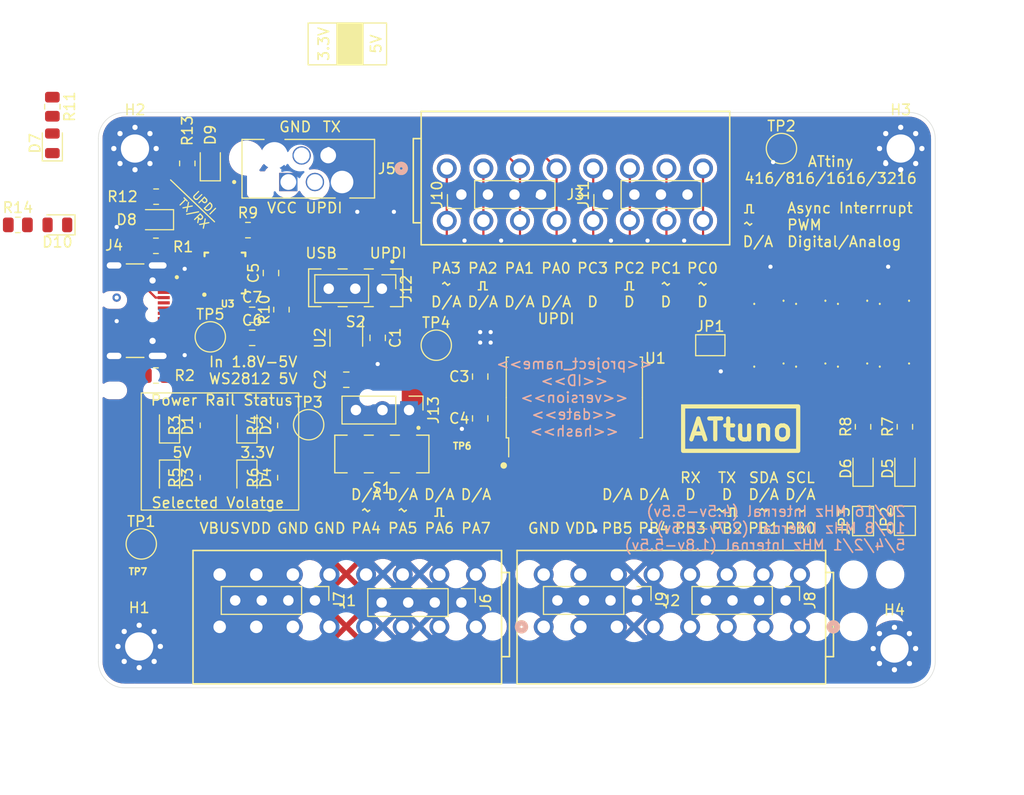
<source format=kicad_pcb>
(kicad_pcb (version 20211014) (generator pcbnew)
  (title_block (title "<<ID>>_<<project_name>>") (date "<<date>>") (rev "<<version>>") (comment 4 "<<hash>>"))
  (layers (0 "F.Cu" signal) (31 "B.Cu" signal) (34 "B.Paste" user) (35 "F.Paste" user) (36 "B.SilkS" user "B.Silkscreen") (37 "F.SilkS" user "F.Silkscreen") (38 "B.Mask" user) (39 "F.Mask" user) (44 "Edge.Cuts" user))
  (net 0 "")
  (net 1 "LED1")
  (net 2 "Net-(D5-Pad2)")
  (net 3 "LED2")
  (net 4 "Net-(D6-Pad2)")
  (net 5 "PC0")
  (net 6 "PC1")
  (net 7 "PC2")
  (net 8 "PC3")
  (net 9 "PB0")
  (net 10 "PB1")
  (net 11 "PB2")
  (net 12 "PB3")
  (net 13 "PB4")
  (net 14 "PB5")
  (net 15 "PA0")
  (net 16 "PA1")
  (net 17 "PA2")
  (net 18 "PA3")
  (net 19 "PA4")
  (net 20 "PA5")
  (net 21 "PA6")
  (net 22 "PA7")
  (net 23 "WS2812")
  (net 24 "V_switch")
  (net 25 "Net-(LED1-Pad1)")
  (net 26 "Net-(LED4-Pad1)")
  (net 31 "VBUS")
  (net 32 "GND")
  (net 33 "+3V3")
  (net 34 "Net-(D1-Pad2)")
  (net 35 "Net-(D2-Pad2)")
  (net 36 "Net-(D3-Pad1)")
  (net 37 "Net-(D3-Pad2)")
  (net 38 "Net-(D4-Pad1)")
  (net 39 "Net-(D4-Pad2)")
  (net 40 "Net-(J4-PadA5)")
  (net 42 "Net-(J4-PadB5)")
  (net 45 "VCC")
  (net 46 "Net-(LED2-Pad1)")
  (net 47 "Net-(LED3-Pad1)")
  (net 48 "VDD")
  (net 51 "D+")
  (net 52 "D-")
  (net 53 "VIO")
  (net 54 "Net-(R10-Pad2)")
  (net 57 "Net-(R9-Pad1)")
  (net 58 "Net-(D9-Pad1)")
  (net 59 "Net-(D7-Pad1)")
  (net 65 "Net-(D10-Pad1)")
  (net 66 "Net-(D8-Pad1)")
  (net 67 "Net-(D7-Pad2)")
  (net 68 "Net-(D8-Pad2)")
  (net 69 "Net-(D9-Pad2)")
  (net 70 "Net-(D10-Pad2)")
  (net 71 "Net-(LED12-Pad3)")
  (net 72 "Net-(LED12-Pad1)")
  (net 73 "Net-(LED14-Pad3)")
  (net 74 "Net-(LED15-Pad3)")
  (net 75 "Net-(LED10-Pad1)")
  (net 76 "Net-(LED10-Pad3)")
  (net 78 "Net-(LED6-Pad3)")
  (net 79 "Net-(LED6-Pad1)")
  (net 80 "Net-(LED8-Pad3)")
  (net 81 "Net-(LED8-Pad1)")
  (net 82 "Net-(LED15-Pad1)")
  (footprint "Snapeda:WS2812B2020" (layer "F.Cu") (at 155.6 85.4 180)
    (fp_text reference "LED7" hide)
    (fp_text value "WS2812B-2020")
  )
  (footprint "Resistor_SMD:R_0805_2012Metric" (layer "F.Cu") (at 96.5 100.6625 -90)
    (fp_text reference "R5")
    (fp_text value "330")
  )
  (footprint "Connector_PinHeader_2.54mm:PinHeader_1x04_P2.54mm_Vertical" (layer "F.Cu") (at 122.2 112.6 -90)
    (fp_text reference "J6")
    (fp_text value "Conn_01x04")
  )
  (footprint "Capacitor_SMD:C_0805_2012Metric" (layer "F.Cu") (at 114.2 87.3 -90)
    (fp_text reference "C1")
    (fp_text value "1uF")
  )
  (footprint "Snapeda:WS2812B2020" (layer "F.Cu") (at 159.6 82.4)
    (fp_text reference "LED3" hide)
    (fp_text value "WS2812B-2020")
  )
  (footprint "Snapeda:WS2812B2020" (layer "F.Cu") (at 155.6 88.4)
    (fp_text reference "LED10" hide)
    (fp_text value "WS2812B-2020")
  )
  (footprint "Resistor_SMD:R_0805_2012Metric" (layer "F.Cu") (at 103.9 100.6625 -90)
    (fp_text reference "R6")
    (fp_text value "330")
  )
  (footprint "LED_SMD:LED_0805_2012Metric" (layer "F.Cu") (at 160.6 99.8 90)
    (fp_text reference "D6")
    (fp_text value "LED2")
  )
  (footprint "Resistor_SMD:R_0805_2012Metric" (layer "F.Cu") (at 93 78.5 180)
    (fp_text reference "R1")
    (fp_text value "5.1k")
  )
  (footprint "LED_SMD:LED_0805_2012Metric" (layer "F.Cu") (at 94.3 100.6625 -90)
    (fp_text reference "D3")
    (fp_text value "5V")
  )
  (footprint "Capacitor_SMD:C_0805_2012Metric" (layer "F.Cu") (at 102.2 87.3)
    (fp_text reference "C6")
    (fp_text value "1uF")
  )
  (footprint "TestPoint:TestPoint_Pad_D2.5mm" (layer "F.Cu") (at 152.8 69.2)
    (fp_text reference "TP2")
    (fp_text value "TestPoint")
  )
  (footprint "Resistor_SMD:R_0805_2012Metric" (layer "F.Cu") (at 96.5 95.6625 90)
    (fp_text reference "R3")
    (fp_text value "330")
  )
  (footprint "Resistor_SMD:R_0805_2012Metric" (layer "F.Cu") (at 103.9 95.6625 90)
    (fp_text reference "R4")
    (fp_text value "330")
  )
  (footprint "Snapeda:CONN8_2601-3108_WAG" (layer "F.Cu") (at 123.595101 114.925001 180)
    (fp_text reference "J1")
    (fp_text value "2601-3108")
  )
  (footprint "Connector_PinHeader_2.54mm:PinHeader_1x04_P2.54mm_Vertical" (layer "F.Cu") (at 136.2 73.6 90)
    (fp_text reference "J11")
    (fp_text value "Conn_01x04")
  )
  (footprint "Connector_PinHeader_2.54mm:PinHeader_1x04_P2.54mm_Vertical" (layer "F.Cu") (at 122.2 73.6 90)
    (fp_text reference "J10")
    (fp_text value "Conn_01x04")
  )
  (footprint "LED_SMD:LED_0805_2012Metric" (layer "F.Cu") (at 98.2 70.6 90)
    (fp_text reference "D9")
    (fp_text value "Red")
  )
  (footprint "Connector_custom:SKEDD-UPDI-4" (layer "F.Cu") (at 107.565 71.13 180)
    (fp_text reference "J5")
    (fp_text value "SKEDD-UPDI-4")
  )
  (footprint "Connector_PinHeader_2.54mm:PinHeader_1x04_P2.54mm_Vertical" (layer "F.Cu") (at 108.2 112.4 -90)
    (fp_text reference "J7")
    (fp_text value "Conn_01x04")
  )
  (footprint "MountingHole:MountingHole_2.7mm_M2.5_Pad_Via" (layer "F.Cu") (at 91.4 116.8)
    (fp_text reference "H1")
    (fp_text value "MountingHole_Pad")
  )
  (footprint "Snapeda:WS2812B2020" (layer "F.Cu") (at 151.6 85.4 180)
    (fp_text reference "LED8" hide)
    (fp_text value "WS2812B-2020")
  )
  (footprint "MountingHole:MountingHole_2.7mm_M2.5_Pad_Via" (layer "F.Cu") (at 91 69.2)
    (fp_text reference "H2")
    (fp_text value "MountingHole_Pad")
  )
  (footprint "Resistor_SMD:R_0805_2012Metric" (layer "F.Cu") (at 79.8 76.5)
    (fp_text reference "R14")
    (fp_text value "220")
  )
  (footprint "Capacitor_SMD:C_0805_2012Metric" (layer "F.Cu") (at 124 91 90)
    (fp_text reference "C3")
    (fp_text value "0.1uF")
  )
  (footprint "LED_SMD:LED_0805_2012Metric" (layer "F.Cu") (at 101.7 95.6625 90)
    (fp_text reference "D2")
    (fp_text value "3.3V")
  )
  (footprint "LED_SMD:LED_0805_2012Metric" (layer "F.Cu") (at 93 76 180)
    (fp_text reference "D8")
    (fp_text value "Red")
  )
  (footprint "Connector_PinHeader_2.54mm:PinHeader_1x03_P2.54mm_Vertical" (layer "F.Cu") (at 114.6 82.6 -90)
    (fp_text reference "J12")
    (fp_text value "Conn_01x03")
  )
  (footprint "MountingHole:MountingHole_2.7mm_M2.5_Pad_Via" (layer "F.Cu") (at 163.6 117)
    (fp_text reference "H4")
    (fp_text value "MountingHole_Pad")
  )
  (footprint "Connector_PinHeader_2.54mm:PinHeader_1x04_P2.54mm_Vertical" (layer "F.Cu") (at 139 112.4 -90)
    (fp_text reference "J9")
    (fp_text value "Conn_01x04")
  )
  (footprint "Capacitor_SMD:C_0805_2012Metric" (layer "F.Cu") (at 124 95 -90)
    (fp_text reference "C4")
    (fp_text value "10uF")
  )
  (footprint "Snapeda:WS2812B2020" (layer "F.Cu") (at 151.6 88.4)
    (fp_text reference "LED9" hide)
    (fp_text value "WS2812B-2020")
  )
  (footprint "Snapeda:RCWCTE_TP420X150" (layer "F.Cu") (at 91.6 111.2)
    (fp_text reference "TP7")
    (fp_text value "RCWCTE")
  )
  (footprint "Snapeda:WS2812B2020" (layer "F.Cu") (at 159.6 91.4 180)
    (fp_text reference "LED14" hide)
    (fp_text value "WS2812B-2020")
  )
  (footprint "Snapeda:SW_JS202011JCQN" (layer "F.Cu") (at 112.1 82.5125 -90)
    (fp_text reference "S2")
    (fp_text value "JS202011JCQN")
  )
  (footprint "Jumper:SolderJumper-2_P1.3mm_Bridged_Pad1.0x1.5mm" (layer "F.Cu") (at 164.6 104.79 90)
    (fp_text reference "JP2")
    (fp_text value "SolderJumper_2_Bridged")
  )
  (footprint "Resistor_SMD:R_0805_2012Metric" (layer "F.Cu") (at 93.02 73.8 180)
    (fp_text reference "R12")
    (fp_text value "220")
  )
  (footprint "Snapeda:WS2812B2020" (layer "F.Cu") (at 163.6 85.4 180)
    (fp_text reference "LED5" hide)
    (fp_text value "WS2812B-2020")
  )
  (footprint "Resistor_SMD:R_0805_2012Metric" (layer "F.Cu") (at 105 84.6 90)
    (fp_text reference "R10")
    (fp_text value "4.7k")
  )
  (footprint "TestPoint:TestPoint_Pad_D2.5mm" (layer "F.Cu") (at 91.6 107)
    (fp_text reference "TP1")
    (fp_text value "TestPoint")
  )
  (footprint "Capacitor_SMD:C_0805_2012Metric" (layer "F.Cu") (at 104 81.1 90)
    (fp_text reference "C5")
    (fp_text value "1uF")
  )
  (footprint "TestPoint:TestPoint_Pad_D2.5mm" (layer "F.Cu") (at 119.8 88)
    (fp_text reference "TP4")
    (fp_text value "TestPoint")
  )
  (footprint "LED_SMD:LED_0805_2012Metric" (layer "F.Cu") (at 164.6 99.8 90)
    (fp_text reference "D5")
    (fp_text value "LED1")
  )
  (footprint "Jumper:SolderJumper-2_P1.3mm_Bridged_Pad1.0x1.5mm" (layer "F.Cu") (at 146 88)
    (fp_text reference "JP1")
    (fp_text value "SolderJumper_2_Bridged")
  )
  (footprint "Snapeda:RCWCTE_TP420X150" (layer "F.Cu") (at 122.6 99.2)
    (fp_text reference "TP6")
    (fp_text value "RCWCTE")
  )
  (footprint "LED_SMD:LED_0805_2012Metric" (layer "F.Cu") (at 94.3 95.6625 90)
    (fp_text reference "D1")
    (fp_text value "5V")
  )
  (footprint "TestPoint:TestPoint_Pad_D2.5mm" (layer "F.Cu") (at 107.6 95.6)
    (fp_text reference "TP3")
    (fp_text value "TestPoint")
  )
  (footprint "Capacitor_SMD:C_0805_2012Metric" (layer "F.Cu") (at 102.2 85.1)
    (fp_text reference "C7")
    (fp_text value "0.1uF")
  )
  (footprint "Snapeda:CP2105_QFN24_0.5" (layer "F.Cu") (at 99.6 81.1 180)
    (fp_text reference "U3")
    (fp_text value "CP2105")
  )
  (footprint "Package_TO_SOT_SMD:SOT-23-5" (layer "F.Cu") (at 111.2 87.3 -90)
    (fp_text reference "U2")
    (fp_text value "AP2112K-3.3")
  )
  (footprint "Snapeda:CONN8_2601-3108_WAG" (layer "F.Cu") (at 120.804899 71.1)
    (fp_text reference "J3")
    (fp_text value "2601-3108")
  )
  (footprint "Resistor_SMD:R_0805_2012Metric" (layer "F.Cu") (at 160.6 95.8 -90)
    (fp_text reference "R8")
    (fp_text value "330")
  )
  (footprint "LED_SMD:LED_0805_2012Metric" (layer "F.Cu") (at 101.7 100.6625 -90)
    (fp_text reference "D4")
    (fp_text value "3.3V")
  )
  (footprint "TestPoint:TestPoint_Pad_D2.5mm" (layer "F.Cu") (at 98.2 87.2)
    (fp_text reference "TP5")
    (fp_text value "TestPoint")
  )
  (footprint "Snapeda:SW_JS202011JCQN" (layer "F.Cu") (at 114.6 98.4 -90)
    (fp_text reference "S1")
    (fp_text value "JS202011JCQN")
  )
  (footprint "LED_SMD:LED_0805_2012Metric" (layer "F.Cu") (at 83.58 76.5 180)
    (fp_text reference "D10")
    (fp_text value "Red")
  )
  (footprint "Snapeda:TYPE-C-31-M-12_HRO_TYPE-C-31-M-12" (layer "F.Cu") (at 89 84.7 -90)
    (fp_text reference "J4")
    (fp_text value "TYPE-C-31-M-12")
  )
  (footprint "Capacitor_SMD:C_0805_2012Metric" (layer "F.Cu") (at 111.2 91.3 180)
    (fp_text reference "C2")
    (fp_text value "1uF")
  )
  (footprint "Snapeda:WS2812B2020" (layer "F.Cu") (at 163.6 88.4)
    (fp_text reference "LED12" hide)
    (fp_text value "WS2812B-2020")
  )
  (footprint "Resistor_SMD:R_0805_2012Metric" (layer "F.Cu") (at 93 90.9)
    (fp_text reference "R2")
    (fp_text value "5.1k")
  )
  (footprint "Snapeda:WS2812B2020" (layer "F.Cu") (at 159.6 88.4)
    (fp_text reference "LED11" hide)
    (fp_text value "WS2812B-2020")
  )
  (footprint "Snapeda:WS2812B2020" (layer "F.Cu") (at 159.6 85.4 180)
    (fp_text reference "LED6" hide)
    (fp_text value "WS2812B-2020")
  )
  (footprint "Snapeda:CONN8_2601-3108_WAG" (layer "F.Cu") (at 154.572599 114.925001 180)
    (fp_text reference "J2")
    (fp_text value "2601-3108")
  )
  (footprint "Resistor_SMD:R_0805_2012Metric" (layer "F.Cu") (at 164.6 95.8 -90)
    (fp_text reference "R7")
    (fp_text value "330")
  )
  (footprint "Snapeda:WS2812B2020" (layer "F.Cu") (at 163.6 91.4 180)
    (fp_text reference "LED13" hide)
    (fp_text value "WS2812B-2020")
  )
  (footprint "Package_SO:SOIC-20W_7.5x12.8mm_P1.27mm" (layer "F.Cu") (at 133 93 90)
    (fp_text reference "U1")
    (fp_text value "ATtiny1616-S")
  )
  (footprint "Snapeda:WS2812B2020" (layer "F.Cu") (at 151.6 91.4 180)
    (fp_text reference "LED16" hide)
    (fp_text value "WS2812B-2020")
  )
  (footprint "Resistor_SMD:R_0805_2012Metric" (layer "F.Cu") (at 101.8 77)
    (fp_text reference "R9")
    (fp_text value "1k")
  )
  (footprint "LED_SMD:LED_0805_2012Metric" (layer "F.Cu") (at 83.1 68.7 90)
    (fp_text reference "D7")
    (fp_text value "Red")
  )
  (footprint "Connector_PinHeader_2.54mm:PinHeader_1x03_P2.54mm_Vertical" (layer "F.Cu") (at 117.2 94.2 -90)
    (fp_text reference "J13")
    (fp_text value "Conn_01x03")
  )
  (footprint "Jumper:SolderJumper-2_P1.3mm_Bridged_Pad1.0x1.5mm" (layer "F.Cu") (at 160.6 104.81 90)
    (fp_text reference "JP3")
    (fp_text value "SolderJumper_2_Bridged")
  )
  (footprint "Snapeda:WS2812B2020" (layer "F.Cu") (at 155.6 91.4 180)
    (fp_text reference "LED15" hide)
    (fp_text value "WS2812B-2020")
  )
  (footprint "MountingHole:MountingHole_2.7mm_M2.5_Pad_Via" (layer "F.Cu") (at 164.2 69.2)
    (fp_text reference "H3")
    (fp_text value "MountingHole_Pad")
  )
  (footprint "Snapeda:WS2812B2020" (layer "F.Cu") (at 151.6 82.4)
    (fp_text reference "LED1" hide)
    (fp_text value "WS2812B-2020")
  )
  (footprint "Snapeda:WS2812B2020" (layer "F.Cu") (at 163.6 82.4)
    (fp_text reference "LED4" hide)
    (fp_text value "WS2812B-2020")
  )
  (footprint "Resistor_SMD:R_0805_2012Metric" (layer "F.Cu") (at 83.1 65.2 -90)
    (fp_text reference "R11")
    (fp_text value "220")
  )
  (footprint "Resistor_SMD:R_0805_2012Metric" (layer "F.Cu") (at 96 70.62 90)
    (fp_text reference "R13")
    (fp_text value "220")
  )
  (footprint "Snapeda:WS2812B2020" (layer "F.Cu") (at 155.6 82.4)
    (fp_text reference "LED2" hide)
    (fp_text value "WS2812B-2020")
  )
  (footprint "Connector_PinHeader_2.54mm:PinHeader_1x04_P2.54mm_Vertical" (layer "F.Cu") (at 153.2 112.4 -90)
    (fp_text reference "J8")
    (fp_text value "Conn_01x04")
  )
  (gr_rect (start 107.55 57.2) (end 115.05 61.2) (layer "F.SilkS") (width 0.12) (fill none))
  (gr_line (start 94.4 72.2) (end 98.6 76.2) (layer "F.SilkS") (width 0.12))
  (gr_circle (center 126.25 99.5) (end 126.5 99.5) (layer "F.SilkS") (width 0.12) (fill solid))
  (gr_rect (start 91.6 92.5625) (end 106.65 103.7625) (layer "F.SilkS") (width 0.12) (fill none))
  (gr_rect (start 112.8 61.2) (end 110.3 57.2) (layer "F.SilkS") (width 0.12) (fill solid))
  (gr_rect (start 143.4 93.85) (end 154.4 98.1) (layer "F.SilkS") (width 0.4) (fill none))
  (gr_arc (start 87.5 68.25) (mid 88.232233 66.482233) (end 90 65.75) (layer "Edge.Cuts") (width 0.05))
  (gr_line (start 90 65.75) (end 165 65.75) (layer "Edge.Cuts") (width 0.05))
  (gr_arc (start 90 120.75) (mid 88.232233 120.017767) (end 87.5 118.25) (layer "Edge.Cuts") (width 0.05))
  (gr_line (start 167.5 68.25) (end 167.5 118.25) (layer "Edge.Cuts") (width 0.05))
  (gr_line (start 165 120.75) (end 90 120.75) (layer "Edge.Cuts") (width 0.05))
  (gr_arc (start 165 65.75) (mid 166.767767 66.482233) (end 167.5 68.25) (layer "Edge.Cuts") (width 0.05))
  (gr_arc (start 167.5 118.25) (mid 166.767767 120.017767) (end 165 120.75) (layer "Edge.Cuts") (width 0.05))
  (gr_line (start 87.5 118.25) (end 87.5 68.25) (layer "Edge.Cuts") (width 0.05))
  (gr_text "20/16 MHz Internal (4.5v-5.5v)\n10/8 MHz Internal (2.7v-5.5v)\n5/4/2/1 MHz Internal (1.8v-5.5v)" (at 164.75 105.5) (layer "B.SilkS") (effects (font (size 1 1)) (justify left mirror)))
  (gr_text "<<project_name>>\n<<ID>>\n<<version>>\n<<date>>\n<<hash>>" (at 133 93) (layer "B.SilkS") (effects (font (size 1 1)) (justify mirror)))
  (gr_text "TX/RX" (at 96.6 75.4 -45) (layer "F.SilkS") (effects (font (size 0.75 0.75) (thickness 0.12))))
  (gr_text "D/A\n \nPB5" (at 137.1 103.89) (layer "F.SilkS") (effects (font (size 1 1))))
  (gr_text "VDD" (at 102.6 105.5) (layer "F.SilkS") (effects (font (size 1 1))))
  (gr_text "ATtiny\n416/816/1616/3216" (at 157.5 71.25) (layer "F.SilkS") (effects (font (size 1 1))))
  (gr_text "PA2\n⎍\nD/A" (at 124.25 82.25) (layer "F.SilkS") (effects (font (size 1 1))))
  (gr_text "VDD" (at 133.6 105.5) (layer "F.SilkS") (effects (font (size 1 1))))
  (gr_text "D/A\n⎍\nPA6" (at 120.1 103.89) (layer "F.SilkS") (effects (font (size 1 1))))
  (gr_text "ATtuno" (at 148.9 96.1) (layer "F.SilkS") (effects (font (size 2 2) (thickness 0.4))))
  (gr_text "3.3V" (at 102.7 98.2625) (layer "F.SilkS") (effects (font (size 1 1))))
  (gr_text "PC1\n〜\nD" (at 141.75 82.25) (layer "F.SilkS") (effects (font (size 1 1))))
  (gr_text "In 1.8V-5V\nWS2812 5V" (at 102.3 90.4) (layer "F.SilkS") (effects (font (size 1 1))))
  (gr_text "Power Rail Status" (at 99.3 93.2625) (layer "F.SilkS") (effects (font (size 1 1))))
  (gr_text "PA1\n\nD/A" (at 127.75 82.25) (layer "F.SilkS") (effects (font (size 1 1))))
  (gr_text "RX\nD\n \nPB3" (at 144.1 103.085) (layer "F.SilkS") (effects (font (size 1 1))))
  (gr_text "GND" (at 130.1 105.5) (layer "F.SilkS") (effects (font (size 1 1))))
  (gr_text "D/A\n〜\nPA4" (at 113.1 103.89) (layer "F.SilkS") (effects (font (size 1 1))))
  (gr_text "D/A\n \nPA7" (at 123.6 103.89) (layer "F.SilkS") (effects (font (size 1 1))))
  (gr_text "3.3V" (at 109.05 59.2 90) (layer "F.SilkS") (effects (font (size 1 1))))
  (gr_text "GND" (at 109.6 105.5) (layer "F.SilkS") (effects (font (size 1 1))))
  (gr_text "TX\nD\n〜⎍\nPB2" (at 147.6 103.085) (layer "F.SilkS") (effects (font (size 1 1))))
  (gr_text "UPDI" (at 115.2 79.2) (layer "F.SilkS") (effects (font (size 1 1))))
  (gr_text "USB" (at 108.8 79.2) (layer "F.SilkS") (effects (font (size 1 1))))
  (gr_text "PA3\n〜\nD/A" (at 120.75 82.25) (layer "F.SilkS") (effects (font (size 1 1))))
  (gr_text "UPDI" (at 97.6 74.4 -45) (layer "F.SilkS") (effects (font (size 0.75 0.75) (thickness 0.12))))
  (gr_text "PC3\n \nD" (at 134.75 82.25) (layer "F.SilkS") (effects (font (size 1 1))))
  (gr_text "GND" (at 106.1 105.5) (layer "F.SilkS") (effects (font (size 1 1))))
  (gr_text "5V" (at 114.05 59.2 90) (layer "F.SilkS") (effects (font (size 1 1))))
  (gr_text "PC0\n〜\nD" (at 145.25 82.25) (layer "F.SilkS") (effects (font (size 1 1))))
  (gr_text "5V" (at 95.5 98.2625) (layer "F.SilkS") (effects (font (size 1 1))))
  (gr_text "PA0\n\nD/A\nUPDI" (at 131.25 83.055) (layer "F.SilkS") (effects (font (size 1 1))))
  (gr_text "D/A\n〜\nPA5" (at 116.6 103.89) (layer "F.SilkS") (effects (font (size 1 1))))
  (gr_text "SCL\nD/A\n〜\nPB0" (at 154.6 103.085) (layer "F.SilkS") (effects (font (size 1 1))))
  (gr_text "Async Interrrupt\nPWM\nDigital/Analog" (at 153.25 76.5) (layer "F.SilkS") (effects (font (size 1 1)) (justify left)))
  (gr_text "Selected Volatge" (at 98.925 103.0625) (layer "F.SilkS") (effects (font (size 1 1))))
  (gr_text "SDA\nD/A\n〜\nPB1" (at 151.1 103.085) (layer "F.SilkS") (effects (font (size 1 1))))
  (gr_text "D/A\n \nPB4" (at 140.6 103.89) (layer "F.SilkS") (effects (font (size 1 1))))
  (gr_text "VBUS" (at 99.1 105.5) (layer "F.SilkS") (effects (font (size 1 1))))
  (gr_text "⎍\n〜\nD/A" (at 149 76.5) (layer "F.SilkS") (effects (font (size 1 1)) (justify left)))
  (gr_text "PC2\n⎍\nD" (at 138.25 82.25) (layer "F.SilkS") (effects (font (size 1 1))))
  (segment (start 145.304904 76.1) (end 145.304904 78.695096) (width 0.21) (layer "F.Cu") (net 5))
  (segment (start 145.304904 71.1) (end 145.304904 76.1) (width 0.21) (layer "F.Cu") (net 5))
  (segment (start 145.304904 78.695096) (end 137.445 86.555) (width 0.21) (layer "F.Cu") (net 5))
  (segment (start 137.445 86.555) (end 137.445 88.35) (width 0.21) (layer "F.Cu") (net 5))
  (segment (start 141.804903 71.1) (end 141.804903 76.1) (width 0.21) (layer "F.Cu") (net 6))
  (segment (start 136.175 88.35) (end 136.175 85.825) (width 0.21) (layer "F.Cu") (net 6))
  (segment (start 136.175 85.825) (end 141.804903 80.195097) (width 0.21) (layer "F.Cu") (net 6))
  (segment (start 141.804903 80.195097) (end 141.804903 76.1) (width 0.21) (layer "F.Cu") (net 6))
  (segment (start 138.304902 71.1) (end 138.304902 76.1) (width 0.21) (layer "F.Cu") (net 7))
  (segment (start 134.905 88.35) (end 134.905 85.095) (width 0.21) (layer "F.Cu") (net 7))
  (segment (start 138.304902 81.695098) (end 138.304902 76.1) (width 0.21) (layer "F.Cu") (net 7))
  (segment (start 134.905 85.095) (end 138.304902 81.695098) (width 0.21) (layer "F.Cu") (net 7))
  (segment (start 133.635 84.365) (end 134.804902 83.195098) (width 0.21) (layer "F.Cu") (net 8))
  (segment (start 134.804902 71.1) (end 134.804902 76.1) (width 0.21) (layer "F.Cu") (net 8))
  (segment (start 134.804902 83.195098) (end 134.804902 76.1) (width 0.21) (layer "F.Cu") (net 8))
  (segment (start 133.635 88.35) (end 133.635 84.365) (width 0.21) (layer "F.Cu") (net 8))
  (segment (start 138.715 88.35) (end 139.065 88) (width 0.21) (layer "F.Cu") (net 9))
  (segment (start 139.065 88) (end 145.35 88) (width 0.21) (layer "F.Cu") (net 9))
  (segment (start 137.445 99.445) (end 138 100) (width 0.21) (layer "F.Cu") (net 11))
  (segment (start 137.445 97.65) (end 137.445 99.445) (width 0.21) (layer "F.Cu") (net 11))
  (segment (start 138 100) (end 143 100) (width 0.21) (layer "F.Cu") (net 11))
  (segment (start 136.175 97.65) (end 136.175 99.175) (width 0.21) (layer "F.Cu") (net 12))
  (segment (start 143 101) (end 147 105) (width 0.21) (layer "F.Cu") (net 12))
  (segment (start 138 101) (end 143 101) (width 0.21) (layer "F.Cu") (net 12))
  (segment (start 136.175 99.175) (end 138 101) (width 0.21) (layer "F.Cu") (net 12))
  (segment (start 138 102) (end 142 102) (width 0.21) (layer "F.Cu") (net 13))
  (segment (start 134.905 97.65) (end 134.905 98.905) (width 0.21) (layer "F.Cu") (net 13))
  (segment (start 134.905 98.905) (end 138 102) (width 0.21) (layer "F.Cu") (net 13))
  (segment (start 133.635 97.65) (end 133.635 99.635) (width 0.21) (layer "F.Cu") (net 14))
  (segment (start 137 103) (end 141 103) (width 0.21) (layer "F.Cu") (net 14))
  (segment (start 133.635 99.635) (end 137 103) (width 0.21) (layer "F.Cu") (net 14))
  (segment (start 128.2049 68) (end 131.304901 71.1) (width 0.21) (layer "F.Cu") (net 15))
  (segment (start 131.304901 83.304901) (end 131.304901 76.1) (width 0.21) (layer "F.Cu") (net 15))
  (segment (start 131.304901 71.1) (end 131.304901 76.1) (width 0.21) (layer "F.Cu") (net 15))
  (segment (start 132.365 84.365) (end 131.304901 83.304901) (width 0.21) (layer "F.Cu") (net 15))
  (segment (start 132.365 88.35) (end 132.365 84.365) (width 0.21) (layer "F.Cu") (net 15))
  (segment (start 131.095 88.35) (end 131.095 85.095) (width 0.21) (layer "F.Cu") (net 16))
  (segment (start 131.095 85.095) (end 127.804901 81.804901) (width 0.21) (layer "F.Cu") (net 16))
  (segment (start 127.804901 71.1) (end 127.804901 76.1) (width 0.21) (layer "F.Cu") (net 16))
  (segment (start 125.704901 69) (end 127.804901 71.1) (width 0.21) (layer "F.Cu") (net 16))
  (segment (start 127.804901 81.804901) (end 127.804901 76.1) (width 0.21) (layer "F.Cu") (net 16))
  (segment (start 124.3049 80.3049) (end 124.3049 76.1) (width 0.21) (layer "F.Cu") (net 17))
  (segment (start 129.825 85.825) (end 124.3049 80.3049) (width 0.21) (layer "F.Cu") (net 17))
  (segment (start 129.825 88.35) (end 129.825 85.825) (width 0.21) (layer "F.Cu") (net 17))
  (segment (start 124.3049 71.1) (end 124.3049 76.1) (width 0.21) (layer "F.Cu") (net 17))
  (segment (start 128.555 86.555) (end 128.555 88.35) (width 0.21) (layer "F.Cu") (net 18))
  (segment (start 120.804899 78.804899) (end 128.555 86.555) (width 0.21) (layer "F.Cu") (net 18))
  (segment (start 120.804899 71.1) (end 120.804899 76.1) (width 0.21) (layer "F.Cu") (net 18))
  (segment (start 120.804899 76.1) (end 120.804899 78.804899) (width 0.21) (layer "F.Cu") (net 18))
  (segment (start 121.695099 106.304901) (end 128.555 99.445) (width 0.21) (layer "F.Cu") (net 19))
  (segment (start 128.555 99.445) (end 128.555 97.65) (width 0.21) (layer "F.Cu") (net 19))
  (segment (start 129.825 101.175) (end 129.825 97.65) (width 0.21) (layer "F.Cu") (net 20))
  (segment (start 125.195099 105.804901) (end 129.825 101.175) (width 0.21) (layer "F.Cu") (net 20))
  (segment (start 131.095 102.905) (end 131.095 97.65) (width 0.21) (layer "F.Cu") (net 21))
  (segment (start 128.6951 105.3049) (end 131.095 102.905) (width 0.21) (layer "F.Cu") (net 21))
  (segment (start 132.5 97.785) (end 132.365 97.65) (width 0.21) (layer "F.Cu") (net 22))
  (segment (start 132.5 106) (end 132.5 97.785) (width 0.21) (layer "F.Cu") (net 22))
  (segment (start 148 86.55) (end 148 87.5) (width 0.21) (layer "F.Cu") (net 23))
  (segment (start 148 87.5) (end 147.5 88) (width 0.21) (layer "F.Cu") (net 23))
  (segment (start 148 86.55) (end 148.55 86) (width 0.21) (layer "F.Cu") (net 23))
  (segment (start 147.5 88) (end 146.65 88) (width 0.21) (layer "F.Cu") (net 23))
  (segment (start 110.868898 87.3) (end 111.2 87.3) (width 0.5) (layer "F.Cu") (net 24))
  (segment (start 112.15 86.25) (end 112.15 86.1625) (width 0.5) (layer "F.Cu") (net 24))
  (segment (start 110.25 86.681102) (end 110.868898 87.3) (width 0.5) (layer "F.Cu") (net 24))
  (segment (start 111.531102 87.3) (end 111.2 87.3) (width 0.5) (layer "F.Cu") (net 24))
  (segment (start 112.15 86.1625) (end 112.15 86.681102) (width 0.5) (layer "F.Cu") (net 24))
  (segment (start 114.2 86.35) (end 112.25 86.35) (width 0.5) (layer "F.Cu") (net 24))
  (segment (start 112.15 86.681102) (end 111.531102 87.3) (width 0.5) (layer "F.Cu") (net 24))
  (segment (start 112.25 86.35) (end 112.15 86.25) (width 0.5) (layer "F.Cu") (net 24))
  (segment (start 114.2 86.35) (end 114.25 86.3) (width 0.5) (layer "F.Cu") (net 24))
  (segment (start 110.25 86.1625) (end 110.25 86.681102) (width 0.5) (layer "F.Cu") (net 24))
  (segment (start 93.75 87.1) (end 95.6 87.1) (width 0.5) (layer "F.Cu") (net 31))
  (segment (start 95.35 82.3) (end 95.75 82.7) (width 0.5) (layer "F.Cu") (net 31))
  (segment (start 95.6 87.1) (end 95.75 86.95) (width 0.5) (layer "F.Cu") (net 31))
  (segment (start 93.75 82.3) (end 95.35 82.3) (width 0.5) (layer "F.Cu") (net 31))
  (segment (start 122.3 95.95) (end 122.25 96) (width 0.5) (layer "F.Cu") (net 32))
  (segment (start 93.75 87.9) (end 94.7 87.9) (width 0.5) (layer "F.Cu") (net 32))
  (segment (start 124 95.95) (end 122.3 95.95) (width 0.5) (layer "F.Cu") (net 32))
  (segment (start 114.2 88.25) (end 114.2 89.8) (width 0.5) (layer "F.Cu") (net 32))
  (segment (start 94.7 87.9) (end 95.75 88.95) (width 0.5) (layer "F.Cu") (net 32))
  (segment (start 94.95 81.5) (end 95.75 80.7) (width 0.5) (layer "F.Cu") (net 32))
  (segment (start 93.75 81.5) (end 94.95 81.5) (width 0.5) (layer "F.Cu") (net 32))
  (via (at 124 87.75) (size 0.8) (drill 0.4) (layers "F.Cu" "B.Cu") (net 32))
  (via (at 162.75 70.5) (size 0.8) (drill 0.4) (layers "F.Cu" "B.Cu") (net 32))
  (via (at 129.5 73.75) (size 0.8) (drill 0.4) (layers "F.Cu" "B.Cu") (net 32))
  (via (at 90.25 69.75) (size 0.8) (drill 0.4) (layers "F.Cu" "B.Cu") (net 32))
  (via (at 163 80.5) (size 0.8) (drill 0.4) (layers "F.Cu" "B.Cu") (net 32))
  (via (at 114.2 89.8) (size 0.8) (drill 0.4) (layers "F.Cu" "B.Cu") (net 32))
  (via (at 140.25 105.75) (size 0.8) (drill 0.4) (layers "F.Cu" "B.Cu") (net 32))
  (via (at 135 105.75) (size 0.8) (drill 0.4) (layers "F.Cu" "B.Cu") (net 32))
  (via (at 147 90.5) (size 0.8) (drill 0.4) (layers "F.Cu" "B.Cu") (net 32))
  (via (at 125 87.75) (size 0.8) (drill 0.4) (layers "F.Cu" "B.Cu") (net 32))
  (via (at 151.75 80.5) (size 0.8) (drill 0.4) (layers "F.Cu" "B.Cu") (net 32))
  (via (at 140 78) (size 0.8) (drill 0.4) (layers "F.Cu" "B.Cu") (net 32))
  (via (at 122.25 96) (size 0.8) (drill 0.4) (layers "F.Cu" "B.Cu") (net 32))
  (via (at 95.75 88.95) (size 0.8) (drill 0.4) (layers "F.Cu" "B.Cu") (net 32))
  (via (at 125 86.75) (size 0.8) (drill 0.4) (layers "F.Cu" "B.Cu") (net 32))
  (via (at 89.25 85.7) (size 0.8) (drill 0.4) (layers "F.Cu" "B.Cu") (net 32))
  (via (at 122.5 78) (size 0.8) (drill 0.4) (layers "F.Cu" "B.Cu") (net 32))
  (via (at 109.5 69.25) (size 0.8) (drill 0.4) (layers "F.Cu" "B.Cu") (net 32))
  (via (at 112.25 75.25) (size 0.8) (drill 0.4) (layers "F.Cu" "B.Cu") (net 32))
  (via (at 89.25 83.45) (size 0.8) (drill 0.4) (layers "F.Cu" "B.Cu") (net 32))
  (via (at 133 78) (size 0.8) (drill 0.4) (layers "F.Cu" "B.Cu") (net 32))
  (via (at 143.5 78) (size 0.8) (drill 0.4) (layers "F.Cu" "B.Cu") (net 32))
  (via (at 95.75 80.7) (size 0.8) (drill 0.4) (layers "F.Cu" "B.Cu") (net 32))
  (via (at 152 70.5) (size 0.8) (drill 0.4) (layers "F.Cu" "B.Cu") (net 32))
  (via (at 89.25 76.7) (size 0.8) (drill 0.4) (layers "F.Cu" "B.Cu") (net 32))
  (via (at 115.75 75.25) (size 0.8) (drill 0.4) (layers "F.Cu" "B.Cu") (net 32))
  (via (at 124 86.75) (size 0.8) (drill 0.4) (layers "F.Cu" "B.Cu") (net 32))
  (via (at 136.5 78) (size 0.8) (drill 0.4) (layers "F.Cu" "B.Cu") (net 32))
  (via (at 126 78) (size 0.8) (drill 0.4) (layers "F.Cu" "B.Cu") (net 32))
  (segment (start 112.15 88.4375) (end 112.15 91.3) (width 0.5) (layer "F.Cu") (net 33))
  (segment (start 91.2 78.5) (end 92.0875 78.5) (width 0.21) (layer "F.Cu") (net 40))
  (segment (start 93.75 83.45) (end 92.97 83.45) (width 0.21) (layer "F.Cu") (net 40))
  (segment (start 91 81.48) (end 91 78.7) (width 0.21) (layer "F.Cu") (net 40))
  (segment (start 91 78.7) (end 91.2 78.5) (width 0.21) (layer "F.Cu") (net 40))
  (segment (start 92.97 83.45) (end 91 81.48) (width 0.21) (layer "F.Cu") (net 40))
  (segment (start 93.75 86.45) (end 92.25 86.45) (width 0.21) (layer "F.Cu") (net 42))
  (segment (start 91 87.7) (end 91 90.6125) (width 0.21) (layer "F.Cu") (net 42))
  (segment (start 92.25 86.45) (end 91 87.7) (width 0.21) (layer "F.Cu") (net 42))
  (zone (net 32) (net_name "GND") (layers F&B.Cu) (connect_pads (clearance 0.4)) (min_thickness 0.2) (fill yes (thermal_gap 0.508) (thermal_bridge_width 0.508))
    (polygon (pts (xy 176 55.25) (xy 175.5 131) (xy 81.25 131) (xy 81.25 55)))
  )
  (zone (net 48) (net_name "VDD") (layer "F.Cu") (priority 1) (connect_pads (clearance 0.5)) (min_thickness 0.254) (fill yes (thermal_gap 0.508) (thermal_bridge_width 0.508))
    (polygon (pts (xy 116.5 96) (xy 116.5 91) (xy 125.75 91) (xy 128 93) (xy 128 99.25) (xy 120.25 107) (xy 113 107) (xy 113 116.75) (xy 167.5 116.75) (xy 167.5 121.75) (xy 109 121.75) (xy 109 109) (xy 111 100) (xy 115.25 96)))
  )
)
</source>
